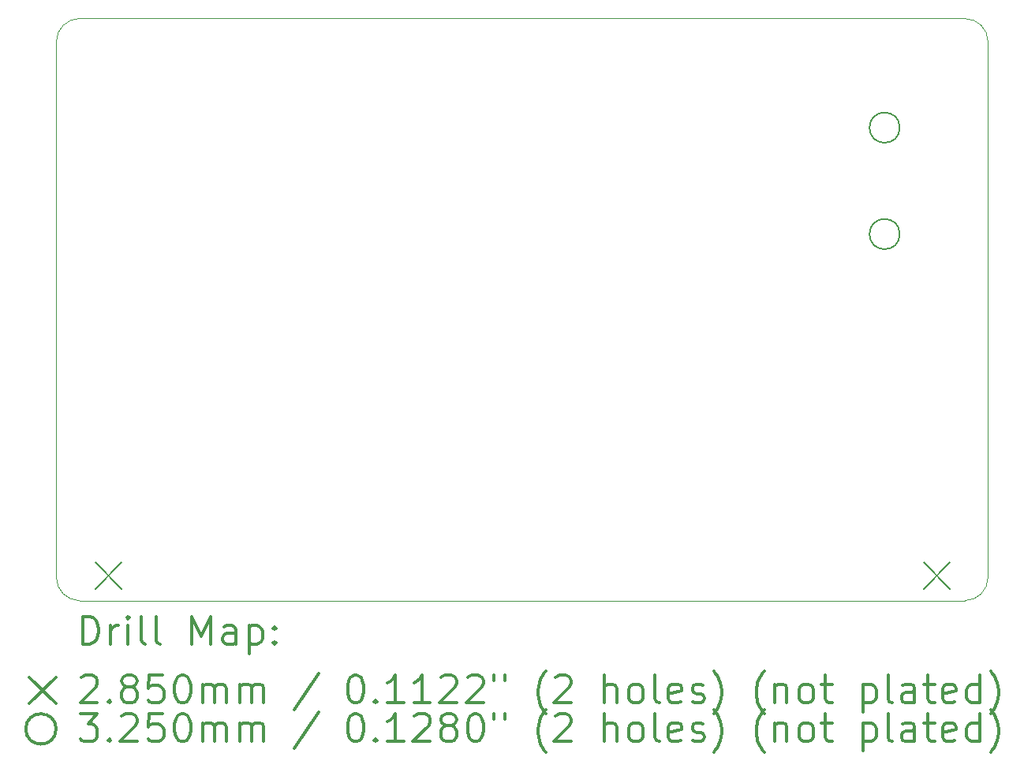
<source format=gbr>
%FSLAX45Y45*%
G04 Gerber Fmt 4.5, Leading zero omitted, Abs format (unit mm)*
G04 Created by KiCad (PCBNEW (5.1.10)-1) date 2021-07-30 10:28:12*
%MOMM*%
%LPD*%
G01*
G04 APERTURE LIST*
%TA.AperFunction,Profile*%
%ADD10C,0.050000*%
%TD*%
%ADD11C,0.200000*%
%ADD12C,0.300000*%
G04 APERTURE END LIST*
D10*
X10000000Y-9000000D02*
G75*
G02*
X10250000Y-8750000I250000J0D01*
G01*
X19750000Y-8750000D02*
G75*
G02*
X20000000Y-9000000I0J-250000D01*
G01*
X20000000Y-14750000D02*
G75*
G02*
X19750000Y-15000000I-250000J0D01*
G01*
X10250000Y-15000000D02*
G75*
G02*
X10000000Y-14750000I0J250000D01*
G01*
X10000000Y-9000000D02*
X10000000Y-14750000D01*
X19750000Y-8750000D02*
X10250000Y-8750000D01*
X20000000Y-14750000D02*
X20000000Y-9000000D01*
X19750000Y-15000000D02*
X10250000Y-15000000D01*
D11*
X10418300Y-14590300D02*
X10703300Y-14875300D01*
X10703300Y-14590300D02*
X10418300Y-14875300D01*
X19308300Y-14590300D02*
X19593300Y-14875300D01*
X19593300Y-14590300D02*
X19308300Y-14875300D01*
X19052300Y-9921200D02*
G75*
G03*
X19052300Y-9921200I-162500J0D01*
G01*
X19052300Y-11064200D02*
G75*
G03*
X19052300Y-11064200I-162500J0D01*
G01*
D12*
X10283928Y-15468214D02*
X10283928Y-15168214D01*
X10355357Y-15168214D01*
X10398214Y-15182500D01*
X10426786Y-15211071D01*
X10441071Y-15239643D01*
X10455357Y-15296786D01*
X10455357Y-15339643D01*
X10441071Y-15396786D01*
X10426786Y-15425357D01*
X10398214Y-15453929D01*
X10355357Y-15468214D01*
X10283928Y-15468214D01*
X10583928Y-15468214D02*
X10583928Y-15268214D01*
X10583928Y-15325357D02*
X10598214Y-15296786D01*
X10612500Y-15282500D01*
X10641071Y-15268214D01*
X10669643Y-15268214D01*
X10769643Y-15468214D02*
X10769643Y-15268214D01*
X10769643Y-15168214D02*
X10755357Y-15182500D01*
X10769643Y-15196786D01*
X10783928Y-15182500D01*
X10769643Y-15168214D01*
X10769643Y-15196786D01*
X10955357Y-15468214D02*
X10926786Y-15453929D01*
X10912500Y-15425357D01*
X10912500Y-15168214D01*
X11112500Y-15468214D02*
X11083928Y-15453929D01*
X11069643Y-15425357D01*
X11069643Y-15168214D01*
X11455357Y-15468214D02*
X11455357Y-15168214D01*
X11555357Y-15382500D01*
X11655357Y-15168214D01*
X11655357Y-15468214D01*
X11926786Y-15468214D02*
X11926786Y-15311071D01*
X11912500Y-15282500D01*
X11883928Y-15268214D01*
X11826786Y-15268214D01*
X11798214Y-15282500D01*
X11926786Y-15453929D02*
X11898214Y-15468214D01*
X11826786Y-15468214D01*
X11798214Y-15453929D01*
X11783928Y-15425357D01*
X11783928Y-15396786D01*
X11798214Y-15368214D01*
X11826786Y-15353929D01*
X11898214Y-15353929D01*
X11926786Y-15339643D01*
X12069643Y-15268214D02*
X12069643Y-15568214D01*
X12069643Y-15282500D02*
X12098214Y-15268214D01*
X12155357Y-15268214D01*
X12183928Y-15282500D01*
X12198214Y-15296786D01*
X12212500Y-15325357D01*
X12212500Y-15411071D01*
X12198214Y-15439643D01*
X12183928Y-15453929D01*
X12155357Y-15468214D01*
X12098214Y-15468214D01*
X12069643Y-15453929D01*
X12341071Y-15439643D02*
X12355357Y-15453929D01*
X12341071Y-15468214D01*
X12326786Y-15453929D01*
X12341071Y-15439643D01*
X12341071Y-15468214D01*
X12341071Y-15282500D02*
X12355357Y-15296786D01*
X12341071Y-15311071D01*
X12326786Y-15296786D01*
X12341071Y-15282500D01*
X12341071Y-15311071D01*
X9712500Y-15820000D02*
X9997500Y-16105000D01*
X9997500Y-15820000D02*
X9712500Y-16105000D01*
X10269643Y-15826786D02*
X10283928Y-15812500D01*
X10312500Y-15798214D01*
X10383928Y-15798214D01*
X10412500Y-15812500D01*
X10426786Y-15826786D01*
X10441071Y-15855357D01*
X10441071Y-15883929D01*
X10426786Y-15926786D01*
X10255357Y-16098214D01*
X10441071Y-16098214D01*
X10569643Y-16069643D02*
X10583928Y-16083929D01*
X10569643Y-16098214D01*
X10555357Y-16083929D01*
X10569643Y-16069643D01*
X10569643Y-16098214D01*
X10755357Y-15926786D02*
X10726786Y-15912500D01*
X10712500Y-15898214D01*
X10698214Y-15869643D01*
X10698214Y-15855357D01*
X10712500Y-15826786D01*
X10726786Y-15812500D01*
X10755357Y-15798214D01*
X10812500Y-15798214D01*
X10841071Y-15812500D01*
X10855357Y-15826786D01*
X10869643Y-15855357D01*
X10869643Y-15869643D01*
X10855357Y-15898214D01*
X10841071Y-15912500D01*
X10812500Y-15926786D01*
X10755357Y-15926786D01*
X10726786Y-15941071D01*
X10712500Y-15955357D01*
X10698214Y-15983929D01*
X10698214Y-16041071D01*
X10712500Y-16069643D01*
X10726786Y-16083929D01*
X10755357Y-16098214D01*
X10812500Y-16098214D01*
X10841071Y-16083929D01*
X10855357Y-16069643D01*
X10869643Y-16041071D01*
X10869643Y-15983929D01*
X10855357Y-15955357D01*
X10841071Y-15941071D01*
X10812500Y-15926786D01*
X11141071Y-15798214D02*
X10998214Y-15798214D01*
X10983928Y-15941071D01*
X10998214Y-15926786D01*
X11026786Y-15912500D01*
X11098214Y-15912500D01*
X11126786Y-15926786D01*
X11141071Y-15941071D01*
X11155357Y-15969643D01*
X11155357Y-16041071D01*
X11141071Y-16069643D01*
X11126786Y-16083929D01*
X11098214Y-16098214D01*
X11026786Y-16098214D01*
X10998214Y-16083929D01*
X10983928Y-16069643D01*
X11341071Y-15798214D02*
X11369643Y-15798214D01*
X11398214Y-15812500D01*
X11412500Y-15826786D01*
X11426786Y-15855357D01*
X11441071Y-15912500D01*
X11441071Y-15983929D01*
X11426786Y-16041071D01*
X11412500Y-16069643D01*
X11398214Y-16083929D01*
X11369643Y-16098214D01*
X11341071Y-16098214D01*
X11312500Y-16083929D01*
X11298214Y-16069643D01*
X11283928Y-16041071D01*
X11269643Y-15983929D01*
X11269643Y-15912500D01*
X11283928Y-15855357D01*
X11298214Y-15826786D01*
X11312500Y-15812500D01*
X11341071Y-15798214D01*
X11569643Y-16098214D02*
X11569643Y-15898214D01*
X11569643Y-15926786D02*
X11583928Y-15912500D01*
X11612500Y-15898214D01*
X11655357Y-15898214D01*
X11683928Y-15912500D01*
X11698214Y-15941071D01*
X11698214Y-16098214D01*
X11698214Y-15941071D02*
X11712500Y-15912500D01*
X11741071Y-15898214D01*
X11783928Y-15898214D01*
X11812500Y-15912500D01*
X11826786Y-15941071D01*
X11826786Y-16098214D01*
X11969643Y-16098214D02*
X11969643Y-15898214D01*
X11969643Y-15926786D02*
X11983928Y-15912500D01*
X12012500Y-15898214D01*
X12055357Y-15898214D01*
X12083928Y-15912500D01*
X12098214Y-15941071D01*
X12098214Y-16098214D01*
X12098214Y-15941071D02*
X12112500Y-15912500D01*
X12141071Y-15898214D01*
X12183928Y-15898214D01*
X12212500Y-15912500D01*
X12226786Y-15941071D01*
X12226786Y-16098214D01*
X12812500Y-15783929D02*
X12555357Y-16169643D01*
X13198214Y-15798214D02*
X13226786Y-15798214D01*
X13255357Y-15812500D01*
X13269643Y-15826786D01*
X13283928Y-15855357D01*
X13298214Y-15912500D01*
X13298214Y-15983929D01*
X13283928Y-16041071D01*
X13269643Y-16069643D01*
X13255357Y-16083929D01*
X13226786Y-16098214D01*
X13198214Y-16098214D01*
X13169643Y-16083929D01*
X13155357Y-16069643D01*
X13141071Y-16041071D01*
X13126786Y-15983929D01*
X13126786Y-15912500D01*
X13141071Y-15855357D01*
X13155357Y-15826786D01*
X13169643Y-15812500D01*
X13198214Y-15798214D01*
X13426786Y-16069643D02*
X13441071Y-16083929D01*
X13426786Y-16098214D01*
X13412500Y-16083929D01*
X13426786Y-16069643D01*
X13426786Y-16098214D01*
X13726786Y-16098214D02*
X13555357Y-16098214D01*
X13641071Y-16098214D02*
X13641071Y-15798214D01*
X13612500Y-15841071D01*
X13583928Y-15869643D01*
X13555357Y-15883929D01*
X14012500Y-16098214D02*
X13841071Y-16098214D01*
X13926786Y-16098214D02*
X13926786Y-15798214D01*
X13898214Y-15841071D01*
X13869643Y-15869643D01*
X13841071Y-15883929D01*
X14126786Y-15826786D02*
X14141071Y-15812500D01*
X14169643Y-15798214D01*
X14241071Y-15798214D01*
X14269643Y-15812500D01*
X14283928Y-15826786D01*
X14298214Y-15855357D01*
X14298214Y-15883929D01*
X14283928Y-15926786D01*
X14112500Y-16098214D01*
X14298214Y-16098214D01*
X14412500Y-15826786D02*
X14426786Y-15812500D01*
X14455357Y-15798214D01*
X14526786Y-15798214D01*
X14555357Y-15812500D01*
X14569643Y-15826786D01*
X14583928Y-15855357D01*
X14583928Y-15883929D01*
X14569643Y-15926786D01*
X14398214Y-16098214D01*
X14583928Y-16098214D01*
X14698214Y-15798214D02*
X14698214Y-15855357D01*
X14812500Y-15798214D02*
X14812500Y-15855357D01*
X15255357Y-16212500D02*
X15241071Y-16198214D01*
X15212500Y-16155357D01*
X15198214Y-16126786D01*
X15183928Y-16083929D01*
X15169643Y-16012500D01*
X15169643Y-15955357D01*
X15183928Y-15883929D01*
X15198214Y-15841071D01*
X15212500Y-15812500D01*
X15241071Y-15769643D01*
X15255357Y-15755357D01*
X15355357Y-15826786D02*
X15369643Y-15812500D01*
X15398214Y-15798214D01*
X15469643Y-15798214D01*
X15498214Y-15812500D01*
X15512500Y-15826786D01*
X15526786Y-15855357D01*
X15526786Y-15883929D01*
X15512500Y-15926786D01*
X15341071Y-16098214D01*
X15526786Y-16098214D01*
X15883928Y-16098214D02*
X15883928Y-15798214D01*
X16012500Y-16098214D02*
X16012500Y-15941071D01*
X15998214Y-15912500D01*
X15969643Y-15898214D01*
X15926786Y-15898214D01*
X15898214Y-15912500D01*
X15883928Y-15926786D01*
X16198214Y-16098214D02*
X16169643Y-16083929D01*
X16155357Y-16069643D01*
X16141071Y-16041071D01*
X16141071Y-15955357D01*
X16155357Y-15926786D01*
X16169643Y-15912500D01*
X16198214Y-15898214D01*
X16241071Y-15898214D01*
X16269643Y-15912500D01*
X16283928Y-15926786D01*
X16298214Y-15955357D01*
X16298214Y-16041071D01*
X16283928Y-16069643D01*
X16269643Y-16083929D01*
X16241071Y-16098214D01*
X16198214Y-16098214D01*
X16469643Y-16098214D02*
X16441071Y-16083929D01*
X16426786Y-16055357D01*
X16426786Y-15798214D01*
X16698214Y-16083929D02*
X16669643Y-16098214D01*
X16612500Y-16098214D01*
X16583928Y-16083929D01*
X16569643Y-16055357D01*
X16569643Y-15941071D01*
X16583928Y-15912500D01*
X16612500Y-15898214D01*
X16669643Y-15898214D01*
X16698214Y-15912500D01*
X16712500Y-15941071D01*
X16712500Y-15969643D01*
X16569643Y-15998214D01*
X16826786Y-16083929D02*
X16855357Y-16098214D01*
X16912500Y-16098214D01*
X16941071Y-16083929D01*
X16955357Y-16055357D01*
X16955357Y-16041071D01*
X16941071Y-16012500D01*
X16912500Y-15998214D01*
X16869643Y-15998214D01*
X16841071Y-15983929D01*
X16826786Y-15955357D01*
X16826786Y-15941071D01*
X16841071Y-15912500D01*
X16869643Y-15898214D01*
X16912500Y-15898214D01*
X16941071Y-15912500D01*
X17055357Y-16212500D02*
X17069643Y-16198214D01*
X17098214Y-16155357D01*
X17112500Y-16126786D01*
X17126786Y-16083929D01*
X17141071Y-16012500D01*
X17141071Y-15955357D01*
X17126786Y-15883929D01*
X17112500Y-15841071D01*
X17098214Y-15812500D01*
X17069643Y-15769643D01*
X17055357Y-15755357D01*
X17598214Y-16212500D02*
X17583928Y-16198214D01*
X17555357Y-16155357D01*
X17541071Y-16126786D01*
X17526786Y-16083929D01*
X17512500Y-16012500D01*
X17512500Y-15955357D01*
X17526786Y-15883929D01*
X17541071Y-15841071D01*
X17555357Y-15812500D01*
X17583928Y-15769643D01*
X17598214Y-15755357D01*
X17712500Y-15898214D02*
X17712500Y-16098214D01*
X17712500Y-15926786D02*
X17726786Y-15912500D01*
X17755357Y-15898214D01*
X17798214Y-15898214D01*
X17826786Y-15912500D01*
X17841071Y-15941071D01*
X17841071Y-16098214D01*
X18026786Y-16098214D02*
X17998214Y-16083929D01*
X17983928Y-16069643D01*
X17969643Y-16041071D01*
X17969643Y-15955357D01*
X17983928Y-15926786D01*
X17998214Y-15912500D01*
X18026786Y-15898214D01*
X18069643Y-15898214D01*
X18098214Y-15912500D01*
X18112500Y-15926786D01*
X18126786Y-15955357D01*
X18126786Y-16041071D01*
X18112500Y-16069643D01*
X18098214Y-16083929D01*
X18069643Y-16098214D01*
X18026786Y-16098214D01*
X18212500Y-15898214D02*
X18326786Y-15898214D01*
X18255357Y-15798214D02*
X18255357Y-16055357D01*
X18269643Y-16083929D01*
X18298214Y-16098214D01*
X18326786Y-16098214D01*
X18655357Y-15898214D02*
X18655357Y-16198214D01*
X18655357Y-15912500D02*
X18683928Y-15898214D01*
X18741071Y-15898214D01*
X18769643Y-15912500D01*
X18783928Y-15926786D01*
X18798214Y-15955357D01*
X18798214Y-16041071D01*
X18783928Y-16069643D01*
X18769643Y-16083929D01*
X18741071Y-16098214D01*
X18683928Y-16098214D01*
X18655357Y-16083929D01*
X18969643Y-16098214D02*
X18941071Y-16083929D01*
X18926786Y-16055357D01*
X18926786Y-15798214D01*
X19212500Y-16098214D02*
X19212500Y-15941071D01*
X19198214Y-15912500D01*
X19169643Y-15898214D01*
X19112500Y-15898214D01*
X19083928Y-15912500D01*
X19212500Y-16083929D02*
X19183928Y-16098214D01*
X19112500Y-16098214D01*
X19083928Y-16083929D01*
X19069643Y-16055357D01*
X19069643Y-16026786D01*
X19083928Y-15998214D01*
X19112500Y-15983929D01*
X19183928Y-15983929D01*
X19212500Y-15969643D01*
X19312500Y-15898214D02*
X19426786Y-15898214D01*
X19355357Y-15798214D02*
X19355357Y-16055357D01*
X19369643Y-16083929D01*
X19398214Y-16098214D01*
X19426786Y-16098214D01*
X19641071Y-16083929D02*
X19612500Y-16098214D01*
X19555357Y-16098214D01*
X19526786Y-16083929D01*
X19512500Y-16055357D01*
X19512500Y-15941071D01*
X19526786Y-15912500D01*
X19555357Y-15898214D01*
X19612500Y-15898214D01*
X19641071Y-15912500D01*
X19655357Y-15941071D01*
X19655357Y-15969643D01*
X19512500Y-15998214D01*
X19912500Y-16098214D02*
X19912500Y-15798214D01*
X19912500Y-16083929D02*
X19883928Y-16098214D01*
X19826786Y-16098214D01*
X19798214Y-16083929D01*
X19783928Y-16069643D01*
X19769643Y-16041071D01*
X19769643Y-15955357D01*
X19783928Y-15926786D01*
X19798214Y-15912500D01*
X19826786Y-15898214D01*
X19883928Y-15898214D01*
X19912500Y-15912500D01*
X20026786Y-16212500D02*
X20041071Y-16198214D01*
X20069643Y-16155357D01*
X20083928Y-16126786D01*
X20098214Y-16083929D01*
X20112500Y-16012500D01*
X20112500Y-15955357D01*
X20098214Y-15883929D01*
X20083928Y-15841071D01*
X20069643Y-15812500D01*
X20041071Y-15769643D01*
X20026786Y-15755357D01*
X9997500Y-16377500D02*
G75*
G03*
X9997500Y-16377500I-162500J0D01*
G01*
X10255357Y-16213214D02*
X10441071Y-16213214D01*
X10341071Y-16327500D01*
X10383928Y-16327500D01*
X10412500Y-16341786D01*
X10426786Y-16356071D01*
X10441071Y-16384643D01*
X10441071Y-16456071D01*
X10426786Y-16484643D01*
X10412500Y-16498929D01*
X10383928Y-16513214D01*
X10298214Y-16513214D01*
X10269643Y-16498929D01*
X10255357Y-16484643D01*
X10569643Y-16484643D02*
X10583928Y-16498929D01*
X10569643Y-16513214D01*
X10555357Y-16498929D01*
X10569643Y-16484643D01*
X10569643Y-16513214D01*
X10698214Y-16241786D02*
X10712500Y-16227500D01*
X10741071Y-16213214D01*
X10812500Y-16213214D01*
X10841071Y-16227500D01*
X10855357Y-16241786D01*
X10869643Y-16270357D01*
X10869643Y-16298929D01*
X10855357Y-16341786D01*
X10683928Y-16513214D01*
X10869643Y-16513214D01*
X11141071Y-16213214D02*
X10998214Y-16213214D01*
X10983928Y-16356071D01*
X10998214Y-16341786D01*
X11026786Y-16327500D01*
X11098214Y-16327500D01*
X11126786Y-16341786D01*
X11141071Y-16356071D01*
X11155357Y-16384643D01*
X11155357Y-16456071D01*
X11141071Y-16484643D01*
X11126786Y-16498929D01*
X11098214Y-16513214D01*
X11026786Y-16513214D01*
X10998214Y-16498929D01*
X10983928Y-16484643D01*
X11341071Y-16213214D02*
X11369643Y-16213214D01*
X11398214Y-16227500D01*
X11412500Y-16241786D01*
X11426786Y-16270357D01*
X11441071Y-16327500D01*
X11441071Y-16398929D01*
X11426786Y-16456071D01*
X11412500Y-16484643D01*
X11398214Y-16498929D01*
X11369643Y-16513214D01*
X11341071Y-16513214D01*
X11312500Y-16498929D01*
X11298214Y-16484643D01*
X11283928Y-16456071D01*
X11269643Y-16398929D01*
X11269643Y-16327500D01*
X11283928Y-16270357D01*
X11298214Y-16241786D01*
X11312500Y-16227500D01*
X11341071Y-16213214D01*
X11569643Y-16513214D02*
X11569643Y-16313214D01*
X11569643Y-16341786D02*
X11583928Y-16327500D01*
X11612500Y-16313214D01*
X11655357Y-16313214D01*
X11683928Y-16327500D01*
X11698214Y-16356071D01*
X11698214Y-16513214D01*
X11698214Y-16356071D02*
X11712500Y-16327500D01*
X11741071Y-16313214D01*
X11783928Y-16313214D01*
X11812500Y-16327500D01*
X11826786Y-16356071D01*
X11826786Y-16513214D01*
X11969643Y-16513214D02*
X11969643Y-16313214D01*
X11969643Y-16341786D02*
X11983928Y-16327500D01*
X12012500Y-16313214D01*
X12055357Y-16313214D01*
X12083928Y-16327500D01*
X12098214Y-16356071D01*
X12098214Y-16513214D01*
X12098214Y-16356071D02*
X12112500Y-16327500D01*
X12141071Y-16313214D01*
X12183928Y-16313214D01*
X12212500Y-16327500D01*
X12226786Y-16356071D01*
X12226786Y-16513214D01*
X12812500Y-16198929D02*
X12555357Y-16584643D01*
X13198214Y-16213214D02*
X13226786Y-16213214D01*
X13255357Y-16227500D01*
X13269643Y-16241786D01*
X13283928Y-16270357D01*
X13298214Y-16327500D01*
X13298214Y-16398929D01*
X13283928Y-16456071D01*
X13269643Y-16484643D01*
X13255357Y-16498929D01*
X13226786Y-16513214D01*
X13198214Y-16513214D01*
X13169643Y-16498929D01*
X13155357Y-16484643D01*
X13141071Y-16456071D01*
X13126786Y-16398929D01*
X13126786Y-16327500D01*
X13141071Y-16270357D01*
X13155357Y-16241786D01*
X13169643Y-16227500D01*
X13198214Y-16213214D01*
X13426786Y-16484643D02*
X13441071Y-16498929D01*
X13426786Y-16513214D01*
X13412500Y-16498929D01*
X13426786Y-16484643D01*
X13426786Y-16513214D01*
X13726786Y-16513214D02*
X13555357Y-16513214D01*
X13641071Y-16513214D02*
X13641071Y-16213214D01*
X13612500Y-16256071D01*
X13583928Y-16284643D01*
X13555357Y-16298929D01*
X13841071Y-16241786D02*
X13855357Y-16227500D01*
X13883928Y-16213214D01*
X13955357Y-16213214D01*
X13983928Y-16227500D01*
X13998214Y-16241786D01*
X14012500Y-16270357D01*
X14012500Y-16298929D01*
X13998214Y-16341786D01*
X13826786Y-16513214D01*
X14012500Y-16513214D01*
X14183928Y-16341786D02*
X14155357Y-16327500D01*
X14141071Y-16313214D01*
X14126786Y-16284643D01*
X14126786Y-16270357D01*
X14141071Y-16241786D01*
X14155357Y-16227500D01*
X14183928Y-16213214D01*
X14241071Y-16213214D01*
X14269643Y-16227500D01*
X14283928Y-16241786D01*
X14298214Y-16270357D01*
X14298214Y-16284643D01*
X14283928Y-16313214D01*
X14269643Y-16327500D01*
X14241071Y-16341786D01*
X14183928Y-16341786D01*
X14155357Y-16356071D01*
X14141071Y-16370357D01*
X14126786Y-16398929D01*
X14126786Y-16456071D01*
X14141071Y-16484643D01*
X14155357Y-16498929D01*
X14183928Y-16513214D01*
X14241071Y-16513214D01*
X14269643Y-16498929D01*
X14283928Y-16484643D01*
X14298214Y-16456071D01*
X14298214Y-16398929D01*
X14283928Y-16370357D01*
X14269643Y-16356071D01*
X14241071Y-16341786D01*
X14483928Y-16213214D02*
X14512500Y-16213214D01*
X14541071Y-16227500D01*
X14555357Y-16241786D01*
X14569643Y-16270357D01*
X14583928Y-16327500D01*
X14583928Y-16398929D01*
X14569643Y-16456071D01*
X14555357Y-16484643D01*
X14541071Y-16498929D01*
X14512500Y-16513214D01*
X14483928Y-16513214D01*
X14455357Y-16498929D01*
X14441071Y-16484643D01*
X14426786Y-16456071D01*
X14412500Y-16398929D01*
X14412500Y-16327500D01*
X14426786Y-16270357D01*
X14441071Y-16241786D01*
X14455357Y-16227500D01*
X14483928Y-16213214D01*
X14698214Y-16213214D02*
X14698214Y-16270357D01*
X14812500Y-16213214D02*
X14812500Y-16270357D01*
X15255357Y-16627500D02*
X15241071Y-16613214D01*
X15212500Y-16570357D01*
X15198214Y-16541786D01*
X15183928Y-16498929D01*
X15169643Y-16427500D01*
X15169643Y-16370357D01*
X15183928Y-16298929D01*
X15198214Y-16256071D01*
X15212500Y-16227500D01*
X15241071Y-16184643D01*
X15255357Y-16170357D01*
X15355357Y-16241786D02*
X15369643Y-16227500D01*
X15398214Y-16213214D01*
X15469643Y-16213214D01*
X15498214Y-16227500D01*
X15512500Y-16241786D01*
X15526786Y-16270357D01*
X15526786Y-16298929D01*
X15512500Y-16341786D01*
X15341071Y-16513214D01*
X15526786Y-16513214D01*
X15883928Y-16513214D02*
X15883928Y-16213214D01*
X16012500Y-16513214D02*
X16012500Y-16356071D01*
X15998214Y-16327500D01*
X15969643Y-16313214D01*
X15926786Y-16313214D01*
X15898214Y-16327500D01*
X15883928Y-16341786D01*
X16198214Y-16513214D02*
X16169643Y-16498929D01*
X16155357Y-16484643D01*
X16141071Y-16456071D01*
X16141071Y-16370357D01*
X16155357Y-16341786D01*
X16169643Y-16327500D01*
X16198214Y-16313214D01*
X16241071Y-16313214D01*
X16269643Y-16327500D01*
X16283928Y-16341786D01*
X16298214Y-16370357D01*
X16298214Y-16456071D01*
X16283928Y-16484643D01*
X16269643Y-16498929D01*
X16241071Y-16513214D01*
X16198214Y-16513214D01*
X16469643Y-16513214D02*
X16441071Y-16498929D01*
X16426786Y-16470357D01*
X16426786Y-16213214D01*
X16698214Y-16498929D02*
X16669643Y-16513214D01*
X16612500Y-16513214D01*
X16583928Y-16498929D01*
X16569643Y-16470357D01*
X16569643Y-16356071D01*
X16583928Y-16327500D01*
X16612500Y-16313214D01*
X16669643Y-16313214D01*
X16698214Y-16327500D01*
X16712500Y-16356071D01*
X16712500Y-16384643D01*
X16569643Y-16413214D01*
X16826786Y-16498929D02*
X16855357Y-16513214D01*
X16912500Y-16513214D01*
X16941071Y-16498929D01*
X16955357Y-16470357D01*
X16955357Y-16456071D01*
X16941071Y-16427500D01*
X16912500Y-16413214D01*
X16869643Y-16413214D01*
X16841071Y-16398929D01*
X16826786Y-16370357D01*
X16826786Y-16356071D01*
X16841071Y-16327500D01*
X16869643Y-16313214D01*
X16912500Y-16313214D01*
X16941071Y-16327500D01*
X17055357Y-16627500D02*
X17069643Y-16613214D01*
X17098214Y-16570357D01*
X17112500Y-16541786D01*
X17126786Y-16498929D01*
X17141071Y-16427500D01*
X17141071Y-16370357D01*
X17126786Y-16298929D01*
X17112500Y-16256071D01*
X17098214Y-16227500D01*
X17069643Y-16184643D01*
X17055357Y-16170357D01*
X17598214Y-16627500D02*
X17583928Y-16613214D01*
X17555357Y-16570357D01*
X17541071Y-16541786D01*
X17526786Y-16498929D01*
X17512500Y-16427500D01*
X17512500Y-16370357D01*
X17526786Y-16298929D01*
X17541071Y-16256071D01*
X17555357Y-16227500D01*
X17583928Y-16184643D01*
X17598214Y-16170357D01*
X17712500Y-16313214D02*
X17712500Y-16513214D01*
X17712500Y-16341786D02*
X17726786Y-16327500D01*
X17755357Y-16313214D01*
X17798214Y-16313214D01*
X17826786Y-16327500D01*
X17841071Y-16356071D01*
X17841071Y-16513214D01*
X18026786Y-16513214D02*
X17998214Y-16498929D01*
X17983928Y-16484643D01*
X17969643Y-16456071D01*
X17969643Y-16370357D01*
X17983928Y-16341786D01*
X17998214Y-16327500D01*
X18026786Y-16313214D01*
X18069643Y-16313214D01*
X18098214Y-16327500D01*
X18112500Y-16341786D01*
X18126786Y-16370357D01*
X18126786Y-16456071D01*
X18112500Y-16484643D01*
X18098214Y-16498929D01*
X18069643Y-16513214D01*
X18026786Y-16513214D01*
X18212500Y-16313214D02*
X18326786Y-16313214D01*
X18255357Y-16213214D02*
X18255357Y-16470357D01*
X18269643Y-16498929D01*
X18298214Y-16513214D01*
X18326786Y-16513214D01*
X18655357Y-16313214D02*
X18655357Y-16613214D01*
X18655357Y-16327500D02*
X18683928Y-16313214D01*
X18741071Y-16313214D01*
X18769643Y-16327500D01*
X18783928Y-16341786D01*
X18798214Y-16370357D01*
X18798214Y-16456071D01*
X18783928Y-16484643D01*
X18769643Y-16498929D01*
X18741071Y-16513214D01*
X18683928Y-16513214D01*
X18655357Y-16498929D01*
X18969643Y-16513214D02*
X18941071Y-16498929D01*
X18926786Y-16470357D01*
X18926786Y-16213214D01*
X19212500Y-16513214D02*
X19212500Y-16356071D01*
X19198214Y-16327500D01*
X19169643Y-16313214D01*
X19112500Y-16313214D01*
X19083928Y-16327500D01*
X19212500Y-16498929D02*
X19183928Y-16513214D01*
X19112500Y-16513214D01*
X19083928Y-16498929D01*
X19069643Y-16470357D01*
X19069643Y-16441786D01*
X19083928Y-16413214D01*
X19112500Y-16398929D01*
X19183928Y-16398929D01*
X19212500Y-16384643D01*
X19312500Y-16313214D02*
X19426786Y-16313214D01*
X19355357Y-16213214D02*
X19355357Y-16470357D01*
X19369643Y-16498929D01*
X19398214Y-16513214D01*
X19426786Y-16513214D01*
X19641071Y-16498929D02*
X19612500Y-16513214D01*
X19555357Y-16513214D01*
X19526786Y-16498929D01*
X19512500Y-16470357D01*
X19512500Y-16356071D01*
X19526786Y-16327500D01*
X19555357Y-16313214D01*
X19612500Y-16313214D01*
X19641071Y-16327500D01*
X19655357Y-16356071D01*
X19655357Y-16384643D01*
X19512500Y-16413214D01*
X19912500Y-16513214D02*
X19912500Y-16213214D01*
X19912500Y-16498929D02*
X19883928Y-16513214D01*
X19826786Y-16513214D01*
X19798214Y-16498929D01*
X19783928Y-16484643D01*
X19769643Y-16456071D01*
X19769643Y-16370357D01*
X19783928Y-16341786D01*
X19798214Y-16327500D01*
X19826786Y-16313214D01*
X19883928Y-16313214D01*
X19912500Y-16327500D01*
X20026786Y-16627500D02*
X20041071Y-16613214D01*
X20069643Y-16570357D01*
X20083928Y-16541786D01*
X20098214Y-16498929D01*
X20112500Y-16427500D01*
X20112500Y-16370357D01*
X20098214Y-16298929D01*
X20083928Y-16256071D01*
X20069643Y-16227500D01*
X20041071Y-16184643D01*
X20026786Y-16170357D01*
M02*

</source>
